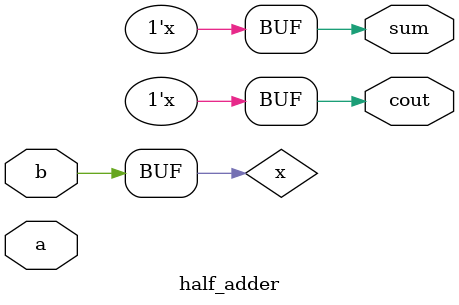
<source format=v>
module half_adder( 
input a, b,
output cout, sum );

// Broadcat adder function
//concatenate a & b to make x 
assign x = {a, b};

// if a=1'b0 or b=1'b0 produces carry-in of 0 (0 + 1) 
// or 1 (1 + 1) which is the same as a proper adder. 
// if a=1'b1 and b=1'b1 (only one of them can be 1 at a time), produces carry-in 1 (1 + 1)
assign carry_in = a ^ b;

assign sum = x[0] ^ x[1]; //assign sum from each individual bit operation 
assign cout = x[1] & x[2]; //assign carry-or of x[2]

endmodule

</source>
